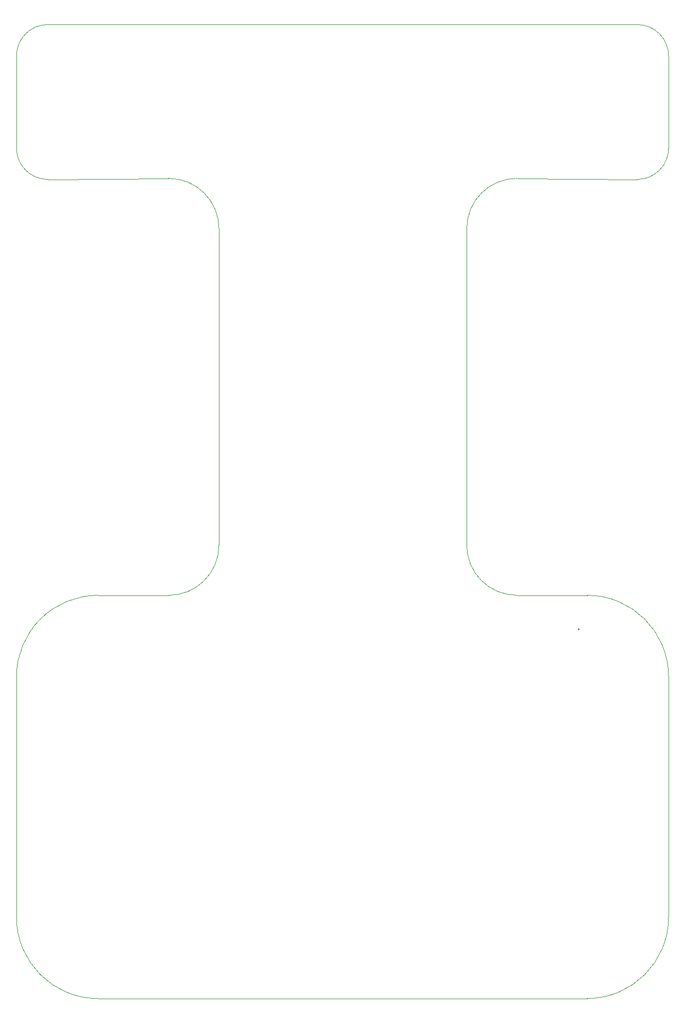
<source format=gbr>
%TF.GenerationSoftware,KiCad,Pcbnew,7.0.7*%
%TF.CreationDate,2024-02-08T11:46:49+08:00*%
%TF.ProjectId,lekirbotv2,6c656b69-7262-46f7-9476-322e6b696361,rev?*%
%TF.SameCoordinates,Original*%
%TF.FileFunction,Profile,NP*%
%FSLAX46Y46*%
G04 Gerber Fmt 4.6, Leading zero omitted, Abs format (unit mm)*
G04 Created by KiCad (PCBNEW 7.0.7) date 2024-02-08 11:46:49*
%MOMM*%
%LPD*%
G01*
G04 APERTURE LIST*
%TA.AperFunction,Profile*%
%ADD10C,0.050000*%
%TD*%
G04 APERTURE END LIST*
D10*
X72796796Y-65851043D02*
G75*
G03*
X64729840Y-57851324I-8000026J-27D01*
G01*
X64796800Y-124476851D02*
X53462600Y-124476851D01*
X144602200Y-137476851D02*
X144602200Y-175916851D01*
X40462599Y-175916851D02*
G75*
G03*
X53462600Y-188916851I13000001J1D01*
G01*
X130378600Y-129963251D02*
G75*
G03*
X130378600Y-129963251I-127000J0D01*
G01*
X45462200Y-33273000D02*
X139602200Y-33273000D01*
X131602200Y-188916851D02*
X53462600Y-188916851D01*
X72796800Y-103200000D02*
X72796800Y-65851043D01*
X144602200Y-38273000D02*
G75*
G03*
X139602200Y-33273000I-5000000J0D01*
G01*
X45462200Y-33273000D02*
G75*
G03*
X40462200Y-38273000I0J-5000000D01*
G01*
X144602249Y-137476851D02*
G75*
G03*
X131602200Y-124476851I-13000049J-49D01*
G01*
X112370000Y-103200000D02*
X112370000Y-116476851D01*
X53462600Y-124476850D02*
G75*
G03*
X40462600Y-137476851I0J-13000000D01*
G01*
X131602200Y-188916850D02*
G75*
G03*
X144602200Y-175916851I0J13000000D01*
G01*
X112370049Y-116476851D02*
G75*
G03*
X120370000Y-124476851I7999951J-49D01*
G01*
X144602200Y-38273000D02*
X144602200Y-53012600D01*
X40462200Y-53012600D02*
X40462200Y-38273000D01*
X128219601Y-127321651D02*
G75*
G03*
X128219601Y-127321651I-1J0D01*
G01*
X45462200Y-58012600D02*
X64729840Y-57851323D01*
X120437212Y-57851582D02*
G75*
G03*
X112370000Y-65851297I-67212J-7999718D01*
G01*
X64796800Y-124476850D02*
G75*
G03*
X72796800Y-116476851I0J8000000D01*
G01*
X120437212Y-57851579D02*
X139602200Y-58012600D01*
X139602200Y-58012600D02*
G75*
G03*
X144602200Y-53012600I0J5000000D01*
G01*
X72796800Y-103200000D02*
X72796800Y-116476851D01*
X40462200Y-53012600D02*
G75*
G03*
X45462200Y-58012600I5000000J0D01*
G01*
X131602200Y-124476851D02*
X120370000Y-124476851D01*
X40462600Y-175916851D02*
X40462600Y-137476851D01*
X112370000Y-103200000D02*
X112370000Y-65851297D01*
M02*

</source>
